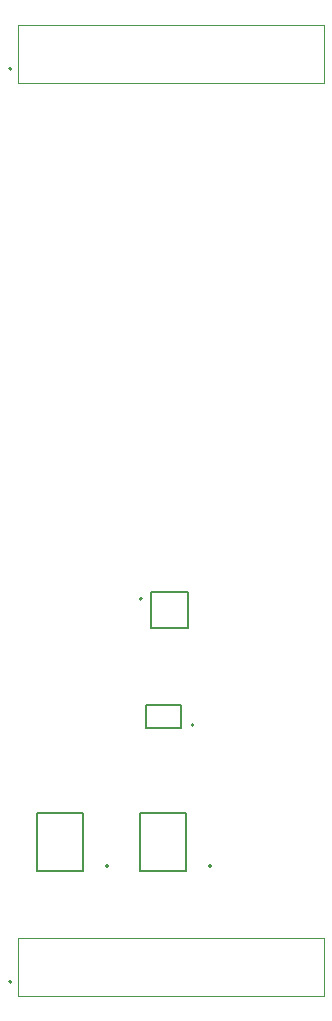
<source format=gbr>
%TF.GenerationSoftware,Altium Limited,Altium Designer,23.4.1 (23)*%
G04 Layer_Color=16711935*
%FSLAX45Y45*%
%MOMM*%
%TF.SameCoordinates,B91EE142-B30E-402A-A340-A1283DCE037E*%
%TF.FilePolarity,Positive*%
%TF.FileFunction,Other,Mechanical_13*%
%TF.Part,Single*%
G01*
G75*
%TA.AperFunction,NonConductor*%
%ADD20C,0.20000*%
%ADD21C,0.12700*%
%ADD32C,0.10000*%
D20*
X1118600Y1489400D02*
G03*
X1118600Y1489400I-10000J0D01*
G01*
X300500Y8238000D02*
G03*
X300500Y8238000I-10000J0D01*
G01*
Y508000D02*
G03*
X300500Y508000I-10000J0D01*
G01*
X1403800Y3752600D02*
G03*
X1403800Y3752600I-10000J0D01*
G01*
X1843500Y2680900D02*
G03*
X1843500Y2680900I-10000J0D01*
G01*
X1990700Y1489400D02*
G03*
X1990700Y1489400I-10000J0D01*
G01*
D21*
X516200Y1444100D02*
X906200D01*
X516200Y1934100D02*
X906200D01*
Y1444100D02*
Y1934100D01*
X516200Y1444100D02*
Y1934100D01*
X1483300Y3812600D02*
X1793300D01*
X1483300Y3502600D02*
X1793300D01*
X1483300D02*
Y3812600D01*
X1793300Y3502600D02*
Y3812600D01*
X1437500Y2655900D02*
X1737500D01*
X1437500Y2855900D02*
X1737500D01*
Y2655900D02*
Y2855900D01*
X1437500Y2655900D02*
Y2855900D01*
X1388300Y1444100D02*
X1778300D01*
X1388300Y1934100D02*
X1778300D01*
Y1444100D02*
Y1934100D01*
X1388300Y1444100D02*
Y1934100D01*
D32*
X355500Y8117350D02*
Y8612650D01*
X2946500D01*
Y8117350D02*
Y8612650D01*
X355500Y8117350D02*
X2946500D01*
X355500D02*
Y8612650D01*
X2946500D01*
Y8117350D02*
Y8612650D01*
X355500Y387350D02*
Y882650D01*
X2946500D01*
Y387350D02*
Y882650D01*
X355500Y387350D02*
X2946500D01*
X355500D02*
Y882650D01*
X2946500D01*
Y387350D02*
Y882650D01*
%TF.MD5,239c789d8b6cdad4fcbaa73bcb42a96e*%
M02*

</source>
